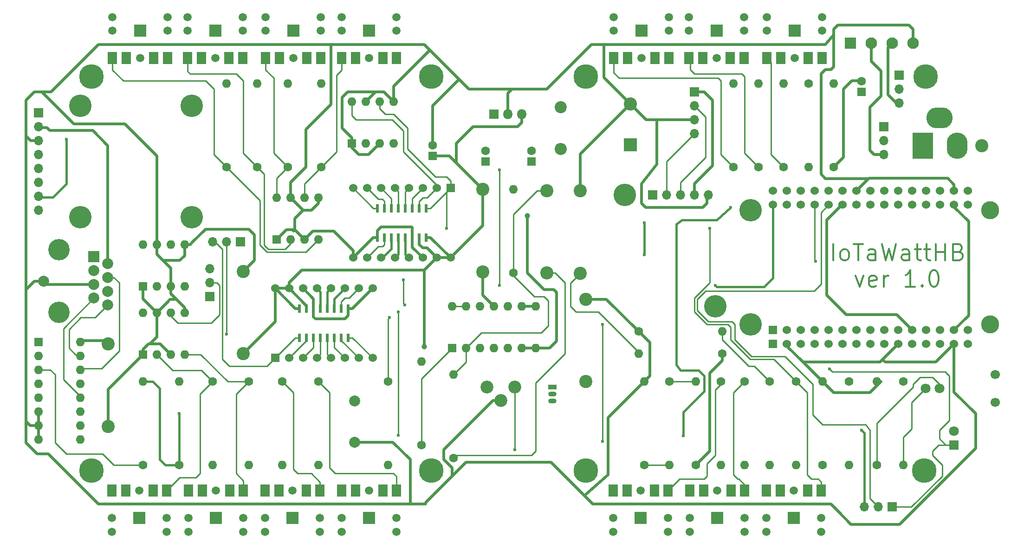
<source format=gtl>
G04 #@! TF.FileFunction,Copper,L1,Top,Signal*
%FSLAX46Y46*%
G04 Gerber Fmt 4.6, Leading zero omitted, Abs format (unit mm)*
G04 Created by KiCad (PCBNEW 4.0.7) date 12/21/17 09:23:24*
%MOMM*%
%LPD*%
G01*
G04 APERTURE LIST*
%ADD10C,0.100000*%
%ADD11C,0.300000*%
%ADD12C,0.254000*%
%ADD13C,4.500000*%
%ADD14R,2.400000X2.400000*%
%ADD15C,2.400000*%
%ADD16R,1.600000X1.600000*%
%ADD17C,1.600000*%
%ADD18O,1.600000X1.600000*%
%ADD19O,1.500000X0.900000*%
%ADD20R,1.500000X0.900000*%
%ADD21O,3.800000X4.800000*%
%ADD22R,3.800000X4.800000*%
%ADD23O,4.800000X3.800000*%
%ADD24C,2.200000*%
%ADD25O,2.200000X2.200000*%
%ADD26C,2.340000*%
%ADD27R,1.800000X2.200000*%
%ADD28R,2.200000X2.200000*%
%ADD29C,1.500000*%
%ADD30R,1.800000X1.800000*%
%ADD31C,1.800000*%
%ADD32R,0.600000X1.500000*%
%ADD33R,1.524000X1.524000*%
%ADD34C,1.524000*%
%ADD35C,2.000000*%
%ADD36R,2.000000X2.000000*%
%ADD37C,3.900000*%
%ADD38R,1.700000X1.700000*%
%ADD39O,1.700000X1.700000*%
%ADD40O,1.800000X1.800000*%
%ADD41C,1.700000*%
%ADD42C,2.100000*%
%ADD43R,2.100000X2.100000*%
%ADD44C,4.100000*%
%ADD45C,3.300000*%
%ADD46C,1.000000*%
%ADD47C,0.600000*%
%ADD48C,0.508000*%
%ADD49C,0.381000*%
G04 APERTURE END LIST*
D10*
D11*
X207233715Y-87603143D02*
X207233715Y-84603143D01*
X209090857Y-87603143D02*
X208805143Y-87460286D01*
X208662286Y-87317429D01*
X208519429Y-87031714D01*
X208519429Y-86174571D01*
X208662286Y-85888857D01*
X208805143Y-85746000D01*
X209090857Y-85603143D01*
X209519429Y-85603143D01*
X209805143Y-85746000D01*
X209948000Y-85888857D01*
X210090857Y-86174571D01*
X210090857Y-87031714D01*
X209948000Y-87317429D01*
X209805143Y-87460286D01*
X209519429Y-87603143D01*
X209090857Y-87603143D01*
X210948000Y-84603143D02*
X212662286Y-84603143D01*
X211805143Y-87603143D02*
X211805143Y-84603143D01*
X214948000Y-87603143D02*
X214948000Y-86031714D01*
X214805143Y-85746000D01*
X214519429Y-85603143D01*
X213948000Y-85603143D01*
X213662286Y-85746000D01*
X214948000Y-87460286D02*
X214662286Y-87603143D01*
X213948000Y-87603143D01*
X213662286Y-87460286D01*
X213519429Y-87174571D01*
X213519429Y-86888857D01*
X213662286Y-86603143D01*
X213948000Y-86460286D01*
X214662286Y-86460286D01*
X214948000Y-86317429D01*
X216090857Y-84603143D02*
X216805143Y-87603143D01*
X217376572Y-85460286D01*
X217948000Y-87603143D01*
X218662286Y-84603143D01*
X221090857Y-87603143D02*
X221090857Y-86031714D01*
X220948000Y-85746000D01*
X220662286Y-85603143D01*
X220090857Y-85603143D01*
X219805143Y-85746000D01*
X221090857Y-87460286D02*
X220805143Y-87603143D01*
X220090857Y-87603143D01*
X219805143Y-87460286D01*
X219662286Y-87174571D01*
X219662286Y-86888857D01*
X219805143Y-86603143D01*
X220090857Y-86460286D01*
X220805143Y-86460286D01*
X221090857Y-86317429D01*
X222090857Y-85603143D02*
X223233714Y-85603143D01*
X222519429Y-84603143D02*
X222519429Y-87174571D01*
X222662286Y-87460286D01*
X222948000Y-87603143D01*
X223233714Y-87603143D01*
X223805143Y-85603143D02*
X224948000Y-85603143D01*
X224233715Y-84603143D02*
X224233715Y-87174571D01*
X224376572Y-87460286D01*
X224662286Y-87603143D01*
X224948000Y-87603143D01*
X225948001Y-87603143D02*
X225948001Y-84603143D01*
X225948001Y-86031714D02*
X227662286Y-86031714D01*
X227662286Y-87603143D02*
X227662286Y-84603143D01*
X230090858Y-86031714D02*
X230519429Y-86174571D01*
X230662286Y-86317429D01*
X230805143Y-86603143D01*
X230805143Y-87031714D01*
X230662286Y-87317429D01*
X230519429Y-87460286D01*
X230233715Y-87603143D01*
X229090858Y-87603143D01*
X229090858Y-84603143D01*
X230090858Y-84603143D01*
X230376572Y-84746000D01*
X230519429Y-84888857D01*
X230662286Y-85174571D01*
X230662286Y-85460286D01*
X230519429Y-85746000D01*
X230376572Y-85888857D01*
X230090858Y-86031714D01*
X229090858Y-86031714D01*
X211305143Y-90403143D02*
X212019429Y-92403143D01*
X212733715Y-90403143D01*
X215019429Y-92260286D02*
X214733715Y-92403143D01*
X214162286Y-92403143D01*
X213876572Y-92260286D01*
X213733715Y-91974571D01*
X213733715Y-90831714D01*
X213876572Y-90546000D01*
X214162286Y-90403143D01*
X214733715Y-90403143D01*
X215019429Y-90546000D01*
X215162286Y-90831714D01*
X215162286Y-91117429D01*
X213733715Y-91403143D01*
X216448001Y-92403143D02*
X216448001Y-90403143D01*
X216448001Y-90974571D02*
X216590858Y-90688857D01*
X216733715Y-90546000D01*
X217019429Y-90403143D01*
X217305144Y-90403143D01*
X222162286Y-92403143D02*
X220448001Y-92403143D01*
X221305143Y-92403143D02*
X221305143Y-89403143D01*
X221019429Y-89831714D01*
X220733715Y-90117429D01*
X220448001Y-90260286D01*
X223448001Y-92117429D02*
X223590858Y-92260286D01*
X223448001Y-92403143D01*
X223305144Y-92260286D01*
X223448001Y-92117429D01*
X223448001Y-92403143D01*
X225448000Y-89403143D02*
X225733715Y-89403143D01*
X226019429Y-89546000D01*
X226162286Y-89688857D01*
X226305143Y-89974571D01*
X226448000Y-90546000D01*
X226448000Y-91260286D01*
X226305143Y-91831714D01*
X226162286Y-92117429D01*
X226019429Y-92260286D01*
X225733715Y-92403143D01*
X225448000Y-92403143D01*
X225162286Y-92260286D01*
X225019429Y-92117429D01*
X224876572Y-91831714D01*
X224733715Y-91260286D01*
X224733715Y-90546000D01*
X224876572Y-89974571D01*
X225019429Y-89688857D01*
X225162286Y-89546000D01*
X225448000Y-89403143D01*
D12*
X130429000Y-83947000D02*
X130429000Y-83439000D01*
X126619000Y-83947000D02*
X126619000Y-83439000D01*
X125349000Y-77978000D02*
X125349000Y-77470000D01*
X126619000Y-77597000D02*
X126619000Y-78105000D01*
X130429000Y-77597000D02*
X130429000Y-77978000D01*
X131699000Y-77470000D02*
X131699000Y-77978000D01*
X112395000Y-95885000D02*
X112395000Y-96393000D01*
X116205000Y-95885000D02*
X116205000Y-96393000D01*
X117475000Y-101854000D02*
X117475000Y-102362000D01*
X116205000Y-102235000D02*
X116205000Y-101727000D01*
X112395000Y-102235000D02*
X112395000Y-101854000D01*
X111125000Y-102362000D02*
X111125000Y-101854000D01*
D13*
X223774000Y-125984000D03*
D14*
X170180000Y-66548000D03*
D15*
X170180000Y-59048000D03*
D16*
X152146000Y-69596000D03*
D17*
X152146000Y-67596000D03*
D15*
X162052000Y-109728000D03*
X162052000Y-94728000D03*
D16*
X143764000Y-69596000D03*
D17*
X143764000Y-67596000D03*
D16*
X134112000Y-68580000D03*
D17*
X134112000Y-66580000D03*
D15*
X154940000Y-89916000D03*
X154940000Y-74916000D03*
X161036000Y-74930000D03*
X161036000Y-89930000D03*
D16*
X212344000Y-56896000D03*
D17*
X212344000Y-54896000D03*
D15*
X99568000Y-104648000D03*
X99568000Y-89648000D03*
X74930000Y-102870000D03*
X74930000Y-117870000D03*
X143256000Y-74676000D03*
X143256000Y-89676000D03*
D16*
X81280000Y-104775000D03*
D18*
X88900000Y-97155000D03*
X83820000Y-104775000D03*
X86360000Y-97155000D03*
X86360000Y-104775000D03*
X83820000Y-97155000D03*
X88900000Y-104775000D03*
X81280000Y-97155000D03*
D16*
X81280000Y-92329000D03*
D18*
X88900000Y-84709000D03*
X83820000Y-92329000D03*
X86360000Y-84709000D03*
X86360000Y-92329000D03*
X83820000Y-84709000D03*
X88900000Y-92329000D03*
X81280000Y-84709000D03*
D19*
X155956000Y-112014000D03*
X155956000Y-113284000D03*
D20*
X155956000Y-110744000D03*
D16*
X119380000Y-66294000D03*
D18*
X127000000Y-58674000D03*
X121920000Y-66294000D03*
X124460000Y-58674000D03*
X124460000Y-66294000D03*
X121920000Y-58674000D03*
X127000000Y-66294000D03*
X119380000Y-58674000D03*
D16*
X105664000Y-83820000D03*
D18*
X113284000Y-76200000D03*
X108204000Y-83820000D03*
X110744000Y-76200000D03*
X110744000Y-83820000D03*
X108204000Y-76200000D03*
X113284000Y-83820000D03*
X105664000Y-76200000D03*
D21*
X229820000Y-66675000D03*
D22*
X223520000Y-66675000D03*
D23*
X226620000Y-61595000D03*
D15*
X234320000Y-66675000D03*
D24*
X157480000Y-59690000D03*
D25*
X157480000Y-67310000D03*
D17*
X195580000Y-109728000D03*
D18*
X195580000Y-124968000D03*
D17*
X148844000Y-89916000D03*
D18*
X148844000Y-74676000D03*
D17*
X137922000Y-123698000D03*
D18*
X137922000Y-108458000D03*
D17*
X132080000Y-121285000D03*
D18*
X132080000Y-106045000D03*
D17*
X186944000Y-104648000D03*
D18*
X171704000Y-104648000D03*
D17*
X171704000Y-100584000D03*
D18*
X186944000Y-100584000D03*
D17*
X125984000Y-109728000D03*
D18*
X125984000Y-124968000D03*
D17*
X207264000Y-70612000D03*
D18*
X207264000Y-55372000D03*
D17*
X182118000Y-124968000D03*
D18*
X182118000Y-109728000D03*
D17*
X177292000Y-109728000D03*
D18*
X177292000Y-124968000D03*
D17*
X172720000Y-124968000D03*
D18*
X172720000Y-109728000D03*
D17*
X202692000Y-55372000D03*
D18*
X202692000Y-70612000D03*
D17*
X210058000Y-109728000D03*
D18*
X210058000Y-124968000D03*
D17*
X205232000Y-124968000D03*
D18*
X205232000Y-109728000D03*
D17*
X200406000Y-109728000D03*
D18*
X200406000Y-124968000D03*
D17*
X93980000Y-109728000D03*
D18*
X93980000Y-124968000D03*
D17*
X100584000Y-109728000D03*
D18*
X100584000Y-124968000D03*
D17*
X106680000Y-109728000D03*
D18*
X106680000Y-124968000D03*
D17*
X113284000Y-109728000D03*
D18*
X113284000Y-124968000D03*
D17*
X186690000Y-109728000D03*
D18*
X186690000Y-124968000D03*
D17*
X191008000Y-109728000D03*
D18*
X191008000Y-124968000D03*
D17*
X193548000Y-70612000D03*
D18*
X193548000Y-55372000D03*
D17*
X188976000Y-70612000D03*
D18*
X188976000Y-55372000D03*
D17*
X113792000Y-70612000D03*
D18*
X113792000Y-55372000D03*
D17*
X107696000Y-70612000D03*
D18*
X107696000Y-55372000D03*
D17*
X102108000Y-70612000D03*
D18*
X102108000Y-55372000D03*
D17*
X96520000Y-70612000D03*
D18*
X96520000Y-55372000D03*
D17*
X198120000Y-70612000D03*
D18*
X198120000Y-55372000D03*
D17*
X81280000Y-124968000D03*
D18*
X81280000Y-109728000D03*
D17*
X87884000Y-124968000D03*
D18*
X87884000Y-109728000D03*
D16*
X62230000Y-102489000D03*
D18*
X69850000Y-120269000D03*
X62230000Y-105029000D03*
X69850000Y-117729000D03*
X62230000Y-107569000D03*
X69850000Y-115189000D03*
X62230000Y-110109000D03*
X69850000Y-112649000D03*
X62230000Y-112649000D03*
X69850000Y-110109000D03*
X62230000Y-115189000D03*
X69850000Y-107569000D03*
X62230000Y-117729000D03*
X69850000Y-105029000D03*
X62230000Y-120269000D03*
X69850000Y-102489000D03*
D16*
X137668000Y-103632000D03*
D18*
X152908000Y-96012000D03*
X140208000Y-103632000D03*
X150368000Y-96012000D03*
X142748000Y-103632000D03*
X147828000Y-96012000D03*
X145288000Y-103632000D03*
X145288000Y-96012000D03*
X147828000Y-103632000D03*
X142748000Y-96012000D03*
X150368000Y-103632000D03*
X140208000Y-96012000D03*
X152908000Y-103632000D03*
X137668000Y-96012000D03*
D26*
X144098000Y-110666000D03*
X146598000Y-113166000D03*
X149098000Y-110666000D03*
D27*
X78145000Y-129620000D03*
X83145000Y-129620000D03*
X75645000Y-129620000D03*
X85645000Y-129620000D03*
D28*
X80645000Y-134620000D03*
D29*
X80645000Y-129620000D03*
X75645000Y-134620000D03*
X75645000Y-137120000D03*
X85645000Y-134620000D03*
X85645000Y-137120000D03*
D27*
X92115000Y-129620000D03*
X97115000Y-129620000D03*
X89615000Y-129620000D03*
X99615000Y-129620000D03*
D28*
X94615000Y-134620000D03*
D29*
X94615000Y-129620000D03*
X89615000Y-134620000D03*
X89615000Y-137120000D03*
X99615000Y-134620000D03*
X99615000Y-137120000D03*
D27*
X106085000Y-129620000D03*
X111085000Y-129620000D03*
X103585000Y-129620000D03*
X113585000Y-129620000D03*
D28*
X108585000Y-134620000D03*
D29*
X108585000Y-129620000D03*
X103585000Y-134620000D03*
X103585000Y-137120000D03*
X113585000Y-134620000D03*
X113585000Y-137120000D03*
D27*
X120055000Y-129620000D03*
X125055000Y-129620000D03*
X117555000Y-129620000D03*
X127555000Y-129620000D03*
D28*
X122555000Y-134620000D03*
D29*
X122555000Y-129620000D03*
X117555000Y-134620000D03*
X117555000Y-137120000D03*
X127555000Y-134620000D03*
X127555000Y-137120000D03*
D27*
X197525000Y-129620000D03*
X202525000Y-129620000D03*
X195025000Y-129620000D03*
X205025000Y-129620000D03*
D28*
X200025000Y-134620000D03*
D29*
X200025000Y-129620000D03*
X195025000Y-134620000D03*
X195025000Y-137120000D03*
X205025000Y-134620000D03*
X205025000Y-137120000D03*
D27*
X169585000Y-129620000D03*
X174585000Y-129620000D03*
X167085000Y-129620000D03*
X177085000Y-129620000D03*
D28*
X172085000Y-134620000D03*
D29*
X172085000Y-129620000D03*
X167085000Y-134620000D03*
X167085000Y-137120000D03*
X177085000Y-134620000D03*
X177085000Y-137120000D03*
D27*
X183555000Y-129620000D03*
X188555000Y-129620000D03*
X181055000Y-129620000D03*
X191055000Y-129620000D03*
D28*
X186055000Y-134620000D03*
D29*
X186055000Y-129620000D03*
X181055000Y-134620000D03*
X181055000Y-137120000D03*
X191055000Y-134620000D03*
X191055000Y-137120000D03*
D27*
X202652000Y-50720000D03*
X197652000Y-50720000D03*
X205152000Y-50720000D03*
X195152000Y-50720000D03*
D28*
X200152000Y-45720000D03*
D29*
X200152000Y-50720000D03*
X205152000Y-45720000D03*
X205152000Y-43220000D03*
X195152000Y-45720000D03*
X195152000Y-43220000D03*
D27*
X188428000Y-50720000D03*
X183428000Y-50720000D03*
X190928000Y-50720000D03*
X180928000Y-50720000D03*
D28*
X185928000Y-45720000D03*
D29*
X185928000Y-50720000D03*
X190928000Y-45720000D03*
X190928000Y-43220000D03*
X180928000Y-45720000D03*
X180928000Y-43220000D03*
D27*
X174712000Y-50720000D03*
X169712000Y-50720000D03*
X177212000Y-50720000D03*
X167212000Y-50720000D03*
D28*
X172212000Y-45720000D03*
D29*
X172212000Y-50720000D03*
X177212000Y-45720000D03*
X177212000Y-43220000D03*
X167212000Y-45720000D03*
X167212000Y-43220000D03*
D27*
X125055000Y-50720000D03*
X120055000Y-50720000D03*
X127555000Y-50720000D03*
X117555000Y-50720000D03*
D28*
X122555000Y-45720000D03*
D29*
X122555000Y-50720000D03*
X127555000Y-45720000D03*
X127555000Y-43220000D03*
X117555000Y-45720000D03*
X117555000Y-43220000D03*
D27*
X111212000Y-50720000D03*
X106212000Y-50720000D03*
X113712000Y-50720000D03*
X103712000Y-50720000D03*
D28*
X108712000Y-45720000D03*
D29*
X108712000Y-50720000D03*
X113712000Y-45720000D03*
X113712000Y-43220000D03*
X103712000Y-45720000D03*
X103712000Y-43220000D03*
D27*
X96988000Y-50720000D03*
X91988000Y-50720000D03*
X99488000Y-50720000D03*
X89488000Y-50720000D03*
D28*
X94488000Y-45720000D03*
D29*
X94488000Y-50720000D03*
X99488000Y-45720000D03*
X99488000Y-43220000D03*
X89488000Y-45720000D03*
X89488000Y-43220000D03*
D27*
X83272000Y-50720000D03*
X78272000Y-50720000D03*
X85772000Y-50720000D03*
X75772000Y-50720000D03*
D28*
X80772000Y-45720000D03*
D29*
X80772000Y-50720000D03*
X85772000Y-45720000D03*
X85772000Y-43220000D03*
X75772000Y-45720000D03*
X75772000Y-43220000D03*
D30*
X229235000Y-121285000D03*
D31*
X229235000Y-118745000D03*
D32*
X132969000Y-78072000D03*
X131699000Y-78072000D03*
X130429000Y-78072000D03*
X129159000Y-78072000D03*
X127889000Y-78072000D03*
X126619000Y-78072000D03*
X125349000Y-78072000D03*
X124079000Y-78072000D03*
X124079000Y-83472000D03*
X125349000Y-83472000D03*
X126619000Y-83472000D03*
X127889000Y-83472000D03*
X129159000Y-83472000D03*
X130429000Y-83472000D03*
X131699000Y-83472000D03*
X132969000Y-83472000D03*
D33*
X137414000Y-74422000D03*
D34*
X134874000Y-74422000D03*
X132334000Y-74422000D03*
X129794000Y-74422000D03*
X127254000Y-74422000D03*
X124714000Y-74422000D03*
X122174000Y-74422000D03*
X119634000Y-74422000D03*
X119634000Y-87122000D03*
X122174000Y-87122000D03*
X124714000Y-87122000D03*
X127254000Y-87122000D03*
X129794000Y-87122000D03*
X132334000Y-87122000D03*
X134874000Y-87122000D03*
X137414000Y-87122000D03*
D32*
X109855000Y-101760000D03*
X111125000Y-101760000D03*
X112395000Y-101760000D03*
X113665000Y-101760000D03*
X114935000Y-101760000D03*
X116205000Y-101760000D03*
X117475000Y-101760000D03*
X118745000Y-101760000D03*
X118745000Y-96360000D03*
X117475000Y-96360000D03*
X116205000Y-96360000D03*
X114935000Y-96360000D03*
X113665000Y-96360000D03*
X112395000Y-96360000D03*
X111125000Y-96360000D03*
X109855000Y-96360000D03*
D33*
X105410000Y-105410000D03*
D34*
X107950000Y-105410000D03*
X110490000Y-105410000D03*
X113030000Y-105410000D03*
X115570000Y-105410000D03*
X118110000Y-105410000D03*
X120650000Y-105410000D03*
X123190000Y-105410000D03*
X123190000Y-92710000D03*
X120650000Y-92710000D03*
X118110000Y-92710000D03*
X115570000Y-92710000D03*
X113030000Y-92710000D03*
X110490000Y-92710000D03*
X107950000Y-92710000D03*
X105410000Y-92710000D03*
D35*
X63216000Y-91440000D03*
X72360000Y-94488000D03*
D36*
X72360000Y-86888000D03*
D35*
X72360000Y-89428000D03*
X74900000Y-88158000D03*
X74900000Y-95758000D03*
D37*
X66000000Y-85618000D03*
X66000000Y-97048000D03*
D35*
X74900000Y-90698000D03*
X72360000Y-91968000D03*
X74900000Y-93238000D03*
D38*
X217932000Y-132588000D03*
D39*
X215392000Y-132588000D03*
X212852000Y-132588000D03*
D38*
X219202000Y-53848000D03*
D39*
X219202000Y-56388000D03*
X219202000Y-58928000D03*
D38*
X216408000Y-63246000D03*
D39*
X216408000Y-65786000D03*
X216408000Y-68326000D03*
D38*
X93472000Y-94234000D03*
D39*
X93472000Y-91694000D03*
X93472000Y-89154000D03*
D38*
X99060000Y-84201000D03*
D39*
X96520000Y-84201000D03*
X93980000Y-84201000D03*
D30*
X145288000Y-60960000D03*
D40*
X147828000Y-60960000D03*
X150368000Y-60960000D03*
D35*
X119888000Y-113284000D03*
X119888000Y-120784000D03*
D38*
X181864000Y-56896000D03*
D39*
X181864000Y-59436000D03*
X181864000Y-61976000D03*
X181864000Y-64516000D03*
D17*
X215138000Y-124968000D03*
D18*
X215138000Y-109728000D03*
D17*
X219964000Y-109728000D03*
D18*
X219964000Y-124968000D03*
D31*
X224028000Y-110998000D03*
X226568000Y-110998000D03*
D41*
X236728000Y-108458000D03*
X236728000Y-113538000D03*
D42*
X221742000Y-48006000D03*
X217932000Y-48006000D03*
D43*
X210312000Y-48006000D03*
D42*
X214122000Y-48006000D03*
D13*
X162052000Y-125984000D03*
X133858000Y-125984000D03*
X71882000Y-125984000D03*
X71882000Y-54102000D03*
X133858000Y-54102000D03*
X162052000Y-54102000D03*
X224028000Y-54102000D03*
D44*
X69850000Y-79756000D03*
X90170000Y-79756000D03*
D38*
X62230000Y-60706000D03*
D39*
X62230000Y-63246000D03*
X62230000Y-65786000D03*
X62230000Y-68326000D03*
X62230000Y-70866000D03*
X62230000Y-73406000D03*
X62230000Y-75946000D03*
X62230000Y-78486000D03*
D44*
X90170000Y-59436000D03*
X69850000Y-59436000D03*
D38*
X174244000Y-75692000D03*
D39*
X176784000Y-75692000D03*
X179324000Y-75692000D03*
X181864000Y-75692000D03*
X184404000Y-75692000D03*
D44*
X169164000Y-75692000D03*
X185674000Y-96012000D03*
D34*
X231775000Y-77470000D03*
X229235000Y-77470000D03*
X226695000Y-77470000D03*
X224155000Y-77470000D03*
X221615000Y-77470000D03*
X219075000Y-77470000D03*
X216535000Y-77470000D03*
X213995000Y-77470000D03*
X211455000Y-77470000D03*
X208915000Y-77470000D03*
X206375000Y-77470000D03*
X203835000Y-77470000D03*
X201295000Y-77470000D03*
X198755000Y-77470000D03*
X196215000Y-77470000D03*
X196215000Y-74930000D03*
X198755000Y-74930000D03*
X201295000Y-74930000D03*
X203835000Y-74930000D03*
X206375000Y-74930000D03*
X208915000Y-74930000D03*
X211455000Y-74930000D03*
X213995000Y-74930000D03*
X216535000Y-74930000D03*
X219075000Y-74930000D03*
X221615000Y-74930000D03*
X224155000Y-74930000D03*
X226695000Y-74930000D03*
X229235000Y-74930000D03*
X231775000Y-74930000D03*
X231775000Y-100330000D03*
X229235000Y-100330000D03*
X226695000Y-100330000D03*
X224155000Y-100330000D03*
X221615000Y-100330000D03*
X219075000Y-100330000D03*
X216535000Y-100330000D03*
X213995000Y-100330000D03*
X211455000Y-100330000D03*
X208915000Y-100330000D03*
X206375000Y-100330000D03*
X203835000Y-100330000D03*
X201295000Y-100330000D03*
X198755000Y-100330000D03*
D33*
X196215000Y-100330000D03*
X196215000Y-102870000D03*
D34*
X198755000Y-102870000D03*
X201295000Y-102870000D03*
X203835000Y-102870000D03*
X206375000Y-102870000D03*
X208915000Y-102870000D03*
X211455000Y-102870000D03*
X213995000Y-102870000D03*
X216535000Y-102870000D03*
X219075000Y-102870000D03*
X221615000Y-102870000D03*
X224155000Y-102870000D03*
X226695000Y-102870000D03*
X229235000Y-102870000D03*
X231775000Y-102870000D03*
D44*
X192151000Y-78486000D03*
X192151000Y-99314000D03*
D45*
X235839000Y-78486000D03*
X235839000Y-99314000D03*
D46*
X132588000Y-103378000D03*
D47*
X126238000Y-98044000D03*
X149098000Y-122174000D03*
X184658000Y-81788000D03*
X136652000Y-81788000D03*
X206502000Y-107442000D03*
X165100000Y-120650000D03*
X165100000Y-99314000D03*
X67310000Y-65532000D03*
X172720000Y-80772000D03*
X172720000Y-86614000D03*
X129032000Y-95758000D03*
X128778000Y-91186000D03*
X203962000Y-87757000D03*
X185674000Y-92202000D03*
X179832000Y-119634000D03*
X188468000Y-77978000D03*
X87884000Y-115570000D03*
X146304000Y-71120000D03*
X146304000Y-92202000D03*
D46*
X151384000Y-79502000D03*
D47*
X127889000Y-97028000D03*
X127889000Y-119507000D03*
X96520000Y-101092000D03*
X212344000Y-118618000D03*
D48*
X210439000Y-135763000D02*
X219329000Y-135763000D01*
X233172000Y-115570000D02*
X233172000Y-121920000D01*
X229235000Y-102870000D02*
X229235000Y-111633000D01*
X229235000Y-111633000D02*
X233172000Y-115570000D01*
X210439000Y-135763000D02*
X208026000Y-133350000D01*
X208026000Y-133350000D02*
X206756000Y-132080000D01*
X163322000Y-132080000D02*
X161798000Y-130556000D01*
X163322000Y-132080000D02*
X206756000Y-132080000D01*
X233172000Y-121920000D02*
X219329000Y-135763000D01*
X137668000Y-125476000D02*
X136144000Y-123952000D01*
X137668000Y-125476000D02*
X137668000Y-127000000D01*
X137922000Y-126746000D02*
X137668000Y-127000000D01*
X145152000Y-113166000D02*
X146598000Y-113166000D01*
X145152000Y-113166000D02*
X136144000Y-122174000D01*
X136144000Y-123952000D02*
X136144000Y-122174000D01*
X62230000Y-65786000D02*
X60833000Y-65786000D01*
X60833000Y-65786000D02*
X59944000Y-64897000D01*
X229235000Y-77470000D02*
X229235000Y-77851000D01*
X229235000Y-77851000D02*
X231902000Y-80518000D01*
X231902000Y-97663000D02*
X229235000Y-100330000D01*
X231902000Y-80518000D02*
X231902000Y-97663000D01*
X83820000Y-84709000D02*
X83820000Y-83566000D01*
X68707000Y-62738000D02*
X62865000Y-56896000D01*
X83820000Y-83566000D02*
X83820000Y-68580000D01*
X83820000Y-68580000D02*
X77978000Y-62738000D01*
X77978000Y-62738000D02*
X68707000Y-62738000D01*
X81280000Y-92329000D02*
X81280000Y-94615000D01*
X81280000Y-94615000D02*
X83820000Y-97155000D01*
X86360000Y-92329000D02*
X86360000Y-93726000D01*
X86360000Y-93726000D02*
X87376000Y-94742000D01*
X86360000Y-92329000D02*
X86360000Y-89027000D01*
X86360000Y-89027000D02*
X84963000Y-87630000D01*
X88900000Y-84709000D02*
X88900000Y-86741000D01*
X83820000Y-86487000D02*
X83820000Y-84709000D01*
X84963000Y-87630000D02*
X83820000Y-86487000D01*
X88011000Y-87630000D02*
X84963000Y-87630000D01*
X88900000Y-86741000D02*
X88011000Y-87630000D01*
X90297000Y-84328000D02*
X89916000Y-84709000D01*
X100584000Y-81915000D02*
X92710000Y-81915000D01*
X92710000Y-81915000D02*
X90297000Y-84328000D01*
X99568000Y-89648000D02*
X101600000Y-87616000D01*
X101600000Y-87616000D02*
X101600000Y-82931000D01*
X101600000Y-82931000D02*
X100584000Y-81915000D01*
X89916000Y-84709000D02*
X88900000Y-84709000D01*
X62230000Y-117729000D02*
X60706000Y-117729000D01*
X60706000Y-117729000D02*
X59944000Y-116967000D01*
X62230000Y-117729000D02*
X62230000Y-120269000D01*
X62230000Y-115189000D02*
X62230000Y-117729000D01*
X63216000Y-91440000D02*
X61468000Y-91440000D01*
X61468000Y-91440000D02*
X59944000Y-92964000D01*
X72360000Y-91968000D02*
X63744000Y-91968000D01*
X63744000Y-91968000D02*
X63216000Y-91440000D01*
X221742000Y-48006000D02*
X221742000Y-45466000D01*
X207264000Y-45466000D02*
X208026000Y-44704000D01*
X208026000Y-44704000D02*
X220980000Y-44704000D01*
X220980000Y-44704000D02*
X221742000Y-45466000D01*
X207264000Y-45466000D02*
X207264000Y-46482000D01*
X119888000Y-120784000D02*
X126880000Y-120784000D01*
X130048000Y-123952000D02*
X130048000Y-132080000D01*
X126880000Y-120784000D02*
X130048000Y-123952000D01*
X147828000Y-60960000D02*
X147828000Y-57150000D01*
X147828000Y-57150000D02*
X148590000Y-56388000D01*
X215900000Y-109728000D02*
X213868000Y-111760000D01*
X207264000Y-111760000D02*
X205232000Y-109728000D01*
X213868000Y-111760000D02*
X207264000Y-111760000D01*
X123190000Y-92710000D02*
X119540000Y-96360000D01*
X119540000Y-96360000D02*
X118745000Y-96360000D01*
X82550000Y-102870000D02*
X83820000Y-101600000D01*
X83820000Y-101600000D02*
X83820000Y-97155000D01*
X81280000Y-104775000D02*
X81280000Y-103886000D01*
X84455000Y-102870000D02*
X86360000Y-104775000D01*
X82296000Y-102870000D02*
X82550000Y-102870000D01*
X82550000Y-102870000D02*
X84455000Y-102870000D01*
X81280000Y-103886000D02*
X82296000Y-102870000D01*
X130429000Y-83472000D02*
X130429000Y-81661000D01*
X124079000Y-82169000D02*
X124079000Y-83472000D01*
X124714000Y-81534000D02*
X124079000Y-82169000D01*
X130302000Y-81534000D02*
X124714000Y-81534000D01*
X130429000Y-81661000D02*
X130302000Y-81534000D01*
X112395000Y-96360000D02*
X112395000Y-97917000D01*
X118745000Y-97663000D02*
X118745000Y-96360000D01*
X118110000Y-98298000D02*
X118745000Y-97663000D01*
X112776000Y-98298000D02*
X118110000Y-98298000D01*
X112395000Y-97917000D02*
X112776000Y-98298000D01*
X161036000Y-74930000D02*
X161036000Y-68192000D01*
X161036000Y-68192000D02*
X170180000Y-59048000D01*
X184404000Y-75692000D02*
X184150000Y-75946000D01*
X184150000Y-75946000D02*
X184150000Y-77216000D01*
X184150000Y-77216000D02*
X183388000Y-77978000D01*
X183388000Y-77978000D02*
X172974000Y-77978000D01*
X172974000Y-77978000D02*
X172212000Y-77216000D01*
X172212000Y-77216000D02*
X172212000Y-73660000D01*
X172212000Y-73660000D02*
X175006000Y-70104000D01*
X175006000Y-70104000D02*
X175006000Y-61976000D01*
X145288000Y-96012000D02*
X143256000Y-93980000D01*
X143256000Y-93980000D02*
X143256000Y-89676000D01*
X119634000Y-87122000D02*
X119634000Y-85852000D01*
X112268000Y-82296000D02*
X110744000Y-83820000D01*
X116078000Y-82296000D02*
X112268000Y-82296000D01*
X119634000Y-85852000D02*
X116078000Y-82296000D01*
X213677500Y-72707500D02*
X205803500Y-72707500D01*
X207264000Y-52324000D02*
X207264000Y-46482000D01*
X206756000Y-52832000D02*
X207264000Y-52324000D01*
X205740000Y-52832000D02*
X206756000Y-52832000D01*
X204978000Y-53594000D02*
X205740000Y-52832000D01*
X204978000Y-71882000D02*
X204978000Y-53594000D01*
X205803500Y-72707500D02*
X204978000Y-71882000D01*
X229235000Y-74930000D02*
X229235000Y-73787000D01*
X213741000Y-72644000D02*
X213677500Y-72707500D01*
X213677500Y-72707500D02*
X211455000Y-74930000D01*
X228092000Y-72644000D02*
X213741000Y-72644000D01*
X229235000Y-73787000D02*
X228092000Y-72644000D01*
X88900000Y-97155000D02*
X88900000Y-96266000D01*
X88900000Y-96266000D02*
X87376000Y-94742000D01*
X87376000Y-94742000D02*
X86233000Y-94742000D01*
X85852000Y-95123000D02*
X83820000Y-97155000D01*
X86233000Y-94742000D02*
X85852000Y-95123000D01*
X74930000Y-117870000D02*
X74930000Y-111125000D01*
X74930000Y-111125000D02*
X81280000Y-104775000D01*
X216217500Y-105727500D02*
X216662000Y-106172000D01*
X216662000Y-106172000D02*
X225933000Y-106172000D01*
X225933000Y-106172000D02*
X229235000Y-102870000D01*
X219075000Y-102870000D02*
X216217500Y-105727500D01*
X216217500Y-105727500D02*
X215773000Y-106172000D01*
X215773000Y-106172000D02*
X201676000Y-106172000D01*
X205232000Y-109728000D02*
X201676000Y-106172000D01*
X201676000Y-106172000D02*
X198755000Y-103251000D01*
X198755000Y-103251000D02*
X198755000Y-102870000D01*
X130429000Y-83472000D02*
X130429000Y-85217000D01*
X130429000Y-85217000D02*
X132334000Y-87122000D01*
X124079000Y-83472000D02*
X123284000Y-83472000D01*
X123284000Y-83472000D02*
X119634000Y-87122000D01*
X181864000Y-61976000D02*
X175006000Y-61976000D01*
X175006000Y-61976000D02*
X173108000Y-61976000D01*
X173108000Y-61976000D02*
X170180000Y-59048000D01*
X134112000Y-66580000D02*
X134112000Y-59436000D01*
X134112000Y-59436000D02*
X138938000Y-54610000D01*
X119380000Y-66294000D02*
X119380000Y-65278000D01*
X118618000Y-56896000D02*
X123698000Y-56896000D01*
X117602000Y-57912000D02*
X118618000Y-56896000D01*
X117602000Y-63500000D02*
X117602000Y-57912000D01*
X119380000Y-65278000D02*
X117602000Y-63500000D01*
X108204000Y-76200000D02*
X108204000Y-73406000D01*
X115570000Y-59182000D02*
X115570000Y-48260000D01*
X110998000Y-63754000D02*
X115570000Y-59182000D01*
X110998000Y-70612000D02*
X110998000Y-63754000D01*
X108204000Y-73406000D02*
X110998000Y-70612000D01*
X110490000Y-78486000D02*
X108966000Y-80010000D01*
X108966000Y-80010000D02*
X108966000Y-82042000D01*
X108966000Y-82042000D02*
X108712000Y-82296000D01*
X108712000Y-82296000D02*
X108712000Y-82042000D01*
X105664000Y-83820000D02*
X107442000Y-82042000D01*
X108966000Y-82042000D02*
X110744000Y-83820000D01*
X107442000Y-82042000D02*
X108712000Y-82042000D01*
X108712000Y-82042000D02*
X108966000Y-82042000D01*
X113284000Y-76200000D02*
X113284000Y-77216000D01*
X110490000Y-78486000D02*
X108204000Y-76200000D01*
X112014000Y-78486000D02*
X110490000Y-78486000D01*
X113284000Y-77216000D02*
X112014000Y-78486000D01*
X119380000Y-66294000D02*
X119380000Y-67056000D01*
X119380000Y-67056000D02*
X120650000Y-68326000D01*
X120650000Y-68326000D02*
X122428000Y-68326000D01*
X122428000Y-68326000D02*
X124460000Y-66294000D01*
X121920000Y-58674000D02*
X123698000Y-56896000D01*
X125222000Y-56896000D02*
X127000000Y-58674000D01*
X123698000Y-56896000D02*
X125222000Y-56896000D01*
X127000000Y-58674000D02*
X127000000Y-55880000D01*
X127000000Y-55880000D02*
X133604000Y-49276000D01*
X170180000Y-59048000D02*
X165354000Y-54222000D01*
X165354000Y-54222000D02*
X165354000Y-48260000D01*
X171704000Y-100584000D02*
X165848000Y-94728000D01*
X165848000Y-94728000D02*
X162052000Y-94728000D01*
X172720000Y-109728000D02*
X173736000Y-108712000D01*
X173736000Y-102616000D02*
X171704000Y-100584000D01*
X173736000Y-108712000D02*
X173736000Y-102616000D01*
X172720000Y-109728000D02*
X166116000Y-116332000D01*
X166116000Y-116332000D02*
X166116000Y-126746000D01*
X166116000Y-126746000D02*
X161798000Y-130556000D01*
X132842000Y-132080000D02*
X132842000Y-131826000D01*
X132842000Y-131826000D02*
X137922000Y-126746000D01*
X73152000Y-132080000D02*
X130048000Y-132080000D01*
X64008000Y-122936000D02*
X73152000Y-132080000D01*
X61976000Y-122936000D02*
X64008000Y-122936000D01*
X59944000Y-120904000D02*
X61976000Y-122936000D01*
X59944000Y-118872000D02*
X59944000Y-120904000D01*
X59944000Y-116967000D02*
X59944000Y-118872000D01*
X59944000Y-92964000D02*
X59944000Y-116967000D01*
X130048000Y-132080000D02*
X132842000Y-132080000D01*
X207264000Y-46482000D02*
X205740000Y-48260000D01*
X205740000Y-48260000D02*
X165354000Y-48260000D01*
X165354000Y-48260000D02*
X163068000Y-48260000D01*
X154940000Y-56388000D02*
X148590000Y-56388000D01*
X163068000Y-48260000D02*
X154940000Y-56388000D01*
X148590000Y-56388000D02*
X140716000Y-56388000D01*
X140716000Y-56388000D02*
X138938000Y-54610000D01*
X138938000Y-54610000D02*
X133604000Y-49276000D01*
X133604000Y-49276000D02*
X132588000Y-48260000D01*
X132588000Y-48260000D02*
X115570000Y-48260000D01*
X115570000Y-48260000D02*
X73152000Y-48260000D01*
X73152000Y-48260000D02*
X64516000Y-56896000D01*
X64516000Y-56896000D02*
X62865000Y-56896000D01*
X59944000Y-58420000D02*
X59944000Y-64897000D01*
X62865000Y-56896000D02*
X61468000Y-56896000D01*
X61468000Y-56896000D02*
X59944000Y-58420000D01*
X59944000Y-64897000D02*
X59944000Y-65532000D01*
X59944000Y-65532000D02*
X59944000Y-92964000D01*
X155702000Y-124460000D02*
X161798000Y-130556000D01*
X137922000Y-126746000D02*
X140208000Y-124460000D01*
X140208000Y-124460000D02*
X155702000Y-124460000D01*
X110490000Y-92710000D02*
X112395000Y-94615000D01*
X112395000Y-94615000D02*
X112395000Y-96360000D01*
X208915000Y-77470000D02*
X208788000Y-77470000D01*
X208788000Y-77470000D02*
X205994000Y-80264000D01*
X218821000Y-97536000D02*
X221615000Y-100330000D01*
X209550000Y-97536000D02*
X218821000Y-97536000D01*
X205994000Y-93980000D02*
X209550000Y-97536000D01*
X205994000Y-80264000D02*
X205994000Y-93980000D01*
X74900000Y-88158000D02*
X74900000Y-66645002D01*
X63754000Y-63373000D02*
X62230000Y-63373000D01*
X64262000Y-63881000D02*
X63754000Y-63373000D01*
X72135998Y-63881000D02*
X64262000Y-63881000D01*
X74900000Y-66645002D02*
X72135998Y-63881000D01*
X141478000Y-63246000D02*
X149606000Y-63246000D01*
X141478000Y-63246000D02*
X138430000Y-66294000D01*
X138430000Y-69850000D02*
X138430000Y-66294000D01*
X150368000Y-62484000D02*
X150368000Y-60960000D01*
X149606000Y-63246000D02*
X150368000Y-62484000D01*
X74930000Y-102870000D02*
X74295000Y-102235000D01*
X74295000Y-102235000D02*
X69850000Y-102235000D01*
X132588000Y-103378000D02*
X132588000Y-89408000D01*
X186944000Y-104648000D02*
X186944000Y-105918000D01*
X184658000Y-122428000D02*
X182118000Y-124968000D01*
X184658000Y-108204000D02*
X184658000Y-122428000D01*
X186944000Y-105918000D02*
X184658000Y-108204000D01*
X134874000Y-87122000D02*
X137414000Y-87122000D01*
X107950000Y-92710000D02*
X107950000Y-91694000D01*
X107950000Y-91694000D02*
X110236000Y-89408000D01*
X110236000Y-89408000D02*
X132588000Y-89408000D01*
X132588000Y-89408000D02*
X134874000Y-87122000D01*
X181864000Y-56896000D02*
X183642000Y-56896000D01*
X181864000Y-73660000D02*
X181864000Y-75692000D01*
X185166000Y-70358000D02*
X181864000Y-73660000D01*
X185166000Y-58420000D02*
X185166000Y-70358000D01*
X183642000Y-56896000D02*
X185166000Y-58420000D01*
X143256000Y-74676000D02*
X138430000Y-69850000D01*
X138430000Y-69850000D02*
X137160000Y-68580000D01*
X137160000Y-68580000D02*
X134112000Y-68580000D01*
X137414000Y-87122000D02*
X143256000Y-81280000D01*
X143256000Y-81280000D02*
X143256000Y-74676000D01*
X132969000Y-83472000D02*
X133764000Y-83472000D01*
X133764000Y-83472000D02*
X137414000Y-87122000D01*
X131699000Y-83472000D02*
X131699000Y-84709000D01*
X131699000Y-84709000D02*
X132334000Y-85344000D01*
X132334000Y-85344000D02*
X133096000Y-85344000D01*
X133096000Y-85344000D02*
X134874000Y-87122000D01*
X105410000Y-92710000D02*
X107950000Y-92710000D01*
X99568000Y-104648000D02*
X105410000Y-98806000D01*
X105410000Y-98806000D02*
X105410000Y-92710000D01*
X107950000Y-92710000D02*
X111125000Y-95885000D01*
X111125000Y-95885000D02*
X111125000Y-96360000D01*
X105410000Y-92710000D02*
X109060000Y-96360000D01*
X109060000Y-96360000D02*
X109855000Y-96360000D01*
D12*
X158242000Y-91694000D02*
X156464000Y-89916000D01*
X158242000Y-104648000D02*
X158242000Y-91694000D01*
X152908000Y-109982000D02*
X158242000Y-104648000D01*
X152908000Y-122428000D02*
X152908000Y-109982000D01*
X152146000Y-123190000D02*
X152908000Y-122428000D01*
X138430000Y-123190000D02*
X152146000Y-123190000D01*
X156464000Y-89916000D02*
X154940000Y-89916000D01*
X138430000Y-123190000D02*
X137922000Y-123698000D01*
X137668000Y-103632000D02*
X132080000Y-109220000D01*
X132080000Y-109220000D02*
X132080000Y-121285000D01*
X153924000Y-100838000D02*
X143002000Y-100838000D01*
X152654000Y-94234000D02*
X154432000Y-94234000D01*
X154432000Y-94234000D02*
X155194000Y-94996000D01*
X155194000Y-94996000D02*
X155194000Y-99568000D01*
X155194000Y-99568000D02*
X153924000Y-100838000D01*
X148844000Y-90424000D02*
X152654000Y-94234000D01*
X143002000Y-100838000D02*
X140208000Y-103632000D01*
X148844000Y-89916000D02*
X148844000Y-90424000D01*
X154940000Y-74916000D02*
X153176000Y-74916000D01*
X148844000Y-79248000D02*
X148844000Y-89916000D01*
X153176000Y-74916000D02*
X148844000Y-79248000D01*
X137922000Y-108458000D02*
X140208000Y-106172000D01*
X140208000Y-106172000D02*
X140208000Y-103632000D01*
X159258000Y-96012000D02*
X159258000Y-91708000D01*
X164338000Y-97028000D02*
X160274000Y-97028000D01*
X160274000Y-97028000D02*
X159258000Y-96012000D01*
X171704000Y-104394000D02*
X164338000Y-97028000D01*
X159258000Y-91708000D02*
X161036000Y-89930000D01*
X171704000Y-104648000D02*
X171704000Y-104394000D01*
X195580000Y-109728000D02*
X192786000Y-106934000D01*
X186944000Y-102108000D02*
X186944000Y-100584000D01*
X191770000Y-106934000D02*
X186944000Y-102108000D01*
X192786000Y-106934000D02*
X191770000Y-106934000D01*
D48*
X212344000Y-54896000D02*
X212312000Y-54864000D01*
X212312000Y-54864000D02*
X210566000Y-54864000D01*
X210566000Y-54864000D02*
X209042000Y-56388000D01*
X209042000Y-56388000D02*
X209042000Y-68834000D01*
X209042000Y-68834000D02*
X207264000Y-70612000D01*
D12*
X126238000Y-98044000D02*
X125984000Y-98298000D01*
X125984000Y-109728000D02*
X125984000Y-98298000D01*
D48*
X214122000Y-48006000D02*
X214122000Y-51308000D01*
X214630000Y-68326000D02*
X213868000Y-67564000D01*
X213868000Y-67564000D02*
X213868000Y-59690000D01*
X213868000Y-59690000D02*
X215900000Y-57658000D01*
X215900000Y-57658000D02*
X215900000Y-53086000D01*
X215900000Y-53086000D02*
X214122000Y-51308000D01*
X214630000Y-68326000D02*
X216408000Y-68326000D01*
X218694000Y-58928000D02*
X217170000Y-57404000D01*
X217170000Y-48768000D02*
X217170000Y-57404000D01*
X217170000Y-48768000D02*
X217932000Y-48006000D01*
X218694000Y-58928000D02*
X219202000Y-58928000D01*
D12*
X83820000Y-104775000D02*
X86741000Y-107696000D01*
X91948000Y-107696000D02*
X93980000Y-109728000D01*
X86741000Y-107696000D02*
X91948000Y-107696000D01*
X110490000Y-105410000D02*
X112395000Y-103505000D01*
X112395000Y-103505000D02*
X112395000Y-101760000D01*
X85645000Y-129620000D02*
X88011000Y-127254000D01*
X91694000Y-112014000D02*
X93980000Y-109728000D01*
X91694000Y-126492000D02*
X91694000Y-112014000D01*
X90932000Y-127254000D02*
X91694000Y-126492000D01*
X88011000Y-127254000D02*
X90932000Y-127254000D01*
X86360000Y-97155000D02*
X86360000Y-97790000D01*
X86360000Y-97790000D02*
X87630000Y-99060000D01*
X94742000Y-91694000D02*
X93472000Y-91694000D01*
X95250000Y-92202000D02*
X94742000Y-91694000D01*
X95250000Y-97536000D02*
X95250000Y-92202000D01*
X93726000Y-99060000D02*
X95250000Y-97536000D01*
X87630000Y-99060000D02*
X93726000Y-99060000D01*
X107950000Y-105410000D02*
X111125000Y-102235000D01*
X111125000Y-102235000D02*
X111125000Y-101760000D01*
X100584000Y-109728000D02*
X96774000Y-109728000D01*
X96774000Y-109728000D02*
X91821000Y-104775000D01*
X88900000Y-104775000D02*
X91821000Y-104775000D01*
X113030000Y-105410000D02*
X113665000Y-104775000D01*
X113665000Y-104775000D02*
X113665000Y-101760000D01*
X99615000Y-129620000D02*
X99615000Y-127809000D01*
X98298000Y-112014000D02*
X100584000Y-109728000D01*
X98298000Y-126492000D02*
X98298000Y-112014000D01*
X99615000Y-127809000D02*
X98298000Y-126492000D01*
X184150000Y-124714000D02*
X184150000Y-127000000D01*
X179197000Y-127508000D02*
X183642000Y-127508000D01*
X177085000Y-129620000D02*
X179197000Y-127508000D01*
X185674000Y-111252000D02*
X185674000Y-123190000D01*
X185674000Y-123190000D02*
X184150000Y-124714000D01*
X185674000Y-111252000D02*
X186690000Y-110236000D01*
X184150000Y-127000000D02*
X183642000Y-127508000D01*
X186690000Y-109728000D02*
X186690000Y-110236000D01*
X120650000Y-105410000D02*
X117475000Y-102235000D01*
X117475000Y-102235000D02*
X117475000Y-101760000D01*
X118110000Y-105410000D02*
X116205000Y-103505000D01*
X116205000Y-103505000D02*
X116205000Y-101760000D01*
X127555000Y-129620000D02*
X127555000Y-127047000D01*
X115316000Y-111760000D02*
X113284000Y-109728000D01*
X115316000Y-125476000D02*
X115316000Y-111760000D01*
X116332000Y-126492000D02*
X115316000Y-125476000D01*
X127000000Y-126492000D02*
X116332000Y-126492000D01*
X127555000Y-127047000D02*
X127000000Y-126492000D01*
X123190000Y-105410000D02*
X119540000Y-101760000D01*
X119540000Y-101760000D02*
X118745000Y-101760000D01*
X191055000Y-129620000D02*
X191055000Y-128571000D01*
X191055000Y-128571000D02*
X189992000Y-127508000D01*
X189992000Y-127508000D02*
X189738000Y-127508000D01*
X189738000Y-127508000D02*
X188976000Y-126746000D01*
X188976000Y-126746000D02*
X188976000Y-111760000D01*
X188976000Y-111760000D02*
X191008000Y-109728000D01*
X115570000Y-105410000D02*
X114935000Y-104775000D01*
X114935000Y-104775000D02*
X114935000Y-101760000D01*
X113585000Y-129620000D02*
X113585000Y-128063000D01*
X108712000Y-111760000D02*
X106680000Y-109728000D01*
X108712000Y-125730000D02*
X108712000Y-111760000D01*
X109474000Y-126492000D02*
X108712000Y-125730000D01*
X112014000Y-126492000D02*
X109474000Y-126492000D01*
X113585000Y-128063000D02*
X112014000Y-126492000D01*
X105410000Y-105410000D02*
X103886000Y-106934000D01*
X95758000Y-85598000D02*
X93980000Y-83820000D01*
X95758000Y-105664000D02*
X95758000Y-85598000D01*
X97028000Y-106934000D02*
X95758000Y-105664000D01*
X103886000Y-106934000D02*
X97028000Y-106934000D01*
X182118000Y-109728000D02*
X177292000Y-109728000D01*
X105410000Y-105410000D02*
X109060000Y-101760000D01*
X109060000Y-101760000D02*
X109855000Y-101760000D01*
X149098000Y-122174000D02*
X149098000Y-110666000D01*
X177292000Y-124968000D02*
X172720000Y-124968000D01*
X132334000Y-74422000D02*
X130429000Y-76327000D01*
X130429000Y-76327000D02*
X130429000Y-78072000D01*
X180928000Y-50720000D02*
X181102000Y-50894000D01*
X181102000Y-50894000D02*
X181102000Y-52832000D01*
X191008000Y-68072000D02*
X193548000Y-70612000D01*
X191008000Y-54102000D02*
X191008000Y-68072000D01*
X190500000Y-53594000D02*
X191008000Y-54102000D01*
X181864000Y-53594000D02*
X190500000Y-53594000D01*
X181102000Y-52832000D02*
X181864000Y-53594000D01*
X134874000Y-74422000D02*
X133096000Y-76200000D01*
X131699000Y-76835000D02*
X131699000Y-78072000D01*
X132334000Y-76200000D02*
X131699000Y-76835000D01*
X133096000Y-76200000D02*
X132334000Y-76200000D01*
X131699000Y-77597000D02*
X131699000Y-78072000D01*
X134874000Y-74422000D02*
X134874000Y-73914000D01*
X134874000Y-73914000D02*
X128778000Y-67818000D01*
X119380000Y-61214000D02*
X119380000Y-58674000D01*
X120142000Y-61976000D02*
X119380000Y-61214000D01*
X126746000Y-61976000D02*
X120142000Y-61976000D01*
X128778000Y-64008000D02*
X126746000Y-61976000D01*
X128778000Y-67818000D02*
X128778000Y-64008000D01*
X195152000Y-50720000D02*
X195834000Y-51402000D01*
X195834000Y-51402000D02*
X195834000Y-68326000D01*
X195834000Y-68326000D02*
X198120000Y-70612000D01*
X129794000Y-74422000D02*
X129159000Y-75057000D01*
X129159000Y-75057000D02*
X129159000Y-78072000D01*
X167212000Y-50720000D02*
X167212000Y-53420000D01*
X167212000Y-53420000D02*
X168148000Y-54356000D01*
X168148000Y-54356000D02*
X186182000Y-54356000D01*
X186182000Y-54356000D02*
X186690000Y-54864000D01*
X186690000Y-54864000D02*
X186690000Y-68326000D01*
X186690000Y-68326000D02*
X188976000Y-70612000D01*
X192024000Y-105664000D02*
X188468000Y-102108000D01*
X184658000Y-91694000D02*
X181864000Y-94488000D01*
X181864000Y-94488000D02*
X181864000Y-97028000D01*
X181864000Y-97028000D02*
X184150000Y-99314000D01*
X184150000Y-99314000D02*
X187960000Y-99314000D01*
X187960000Y-99314000D02*
X188468000Y-99822000D01*
X188468000Y-99822000D02*
X188468000Y-102108000D01*
X136652000Y-81788000D02*
X136652000Y-75184000D01*
X184658000Y-81788000D02*
X184658000Y-91694000D01*
X137414000Y-74422000D02*
X136652000Y-75184000D01*
X196342000Y-105664000D02*
X200406000Y-109728000D01*
X192024000Y-105664000D02*
X196342000Y-105664000D01*
X137414000Y-74422000D02*
X133764000Y-78072000D01*
X133764000Y-78072000D02*
X132969000Y-78072000D01*
X124460000Y-58674000D02*
X124460000Y-59944000D01*
X137414000Y-73152000D02*
X137414000Y-74422000D01*
X136652000Y-72390000D02*
X137414000Y-73152000D01*
X134620000Y-72390000D02*
X136652000Y-72390000D01*
X129540000Y-67310000D02*
X134620000Y-72390000D01*
X129540000Y-63500000D02*
X129540000Y-67310000D01*
X127000000Y-60960000D02*
X129540000Y-63500000D01*
X125476000Y-60960000D02*
X127000000Y-60960000D01*
X124460000Y-59944000D02*
X125476000Y-60960000D01*
X205025000Y-129620000D02*
X205025000Y-128063000D01*
X202438000Y-111760000D02*
X200406000Y-109728000D01*
X202438000Y-126746000D02*
X202438000Y-111760000D01*
X203200000Y-127508000D02*
X202438000Y-126746000D01*
X204470000Y-127508000D02*
X203200000Y-127508000D01*
X205025000Y-128063000D02*
X204470000Y-127508000D01*
X108204000Y-83820000D02*
X108204000Y-84582000D01*
X108204000Y-84582000D02*
X107188000Y-85598000D01*
X107188000Y-85598000D02*
X104140000Y-85598000D01*
X104140000Y-85598000D02*
X103378000Y-84836000D01*
X103378000Y-84836000D02*
X103378000Y-71882000D01*
X103378000Y-71882000D02*
X102108000Y-70612000D01*
X122174000Y-74422000D02*
X124206000Y-76454000D01*
X125349000Y-76835000D02*
X125349000Y-78072000D01*
X124968000Y-76454000D02*
X125349000Y-76835000D01*
X124206000Y-76454000D02*
X124968000Y-76454000D01*
X89488000Y-50720000D02*
X89488000Y-53166000D01*
X99568000Y-68072000D02*
X102108000Y-70612000D01*
X99568000Y-54864000D02*
X99568000Y-68072000D01*
X98298000Y-53594000D02*
X99568000Y-54864000D01*
X89916000Y-53594000D02*
X98298000Y-53594000D01*
X89488000Y-53166000D02*
X89916000Y-53594000D01*
X124714000Y-74422000D02*
X126619000Y-76327000D01*
X126619000Y-76327000D02*
X126619000Y-78072000D01*
X105664000Y-76200000D02*
X105664000Y-72644000D01*
X105664000Y-72644000D02*
X107696000Y-70612000D01*
X103712000Y-50720000D02*
X103712000Y-52912000D01*
X105156000Y-68072000D02*
X107696000Y-70612000D01*
X105156000Y-54356000D02*
X105156000Y-68072000D01*
X103712000Y-52912000D02*
X105156000Y-54356000D01*
X113284000Y-83820000D02*
X110998000Y-86106000D01*
X102616000Y-76708000D02*
X96520000Y-70612000D01*
X102616000Y-84836000D02*
X102616000Y-76708000D01*
X103886000Y-86106000D02*
X102616000Y-84836000D01*
X110998000Y-86106000D02*
X103886000Y-86106000D01*
X124079000Y-78072000D02*
X123284000Y-78072000D01*
X123284000Y-78072000D02*
X119634000Y-74422000D01*
X75772000Y-50720000D02*
X75772000Y-52912000D01*
X94234000Y-68326000D02*
X96520000Y-70612000D01*
X94234000Y-56388000D02*
X94234000Y-68326000D01*
X92710000Y-54864000D02*
X94234000Y-56388000D01*
X77724000Y-54864000D02*
X92710000Y-54864000D01*
X75772000Y-52912000D02*
X77724000Y-54864000D01*
X127254000Y-74422000D02*
X127889000Y-75057000D01*
X127889000Y-75057000D02*
X127889000Y-78072000D01*
X110744000Y-76200000D02*
X110744000Y-73660000D01*
X110744000Y-73660000D02*
X113792000Y-70612000D01*
X117555000Y-50720000D02*
X117555000Y-52879000D01*
X116586000Y-67818000D02*
X113792000Y-70612000D01*
X116586000Y-53848000D02*
X116586000Y-67818000D01*
X117555000Y-52879000D02*
X116586000Y-53848000D01*
X229235000Y-121285000D02*
X226441000Y-121285000D01*
X221426366Y-132588000D02*
X217932000Y-132588000D01*
X227076000Y-126938366D02*
X221426366Y-132588000D01*
X227076000Y-124968000D02*
X227076000Y-126938366D01*
X225298000Y-123190000D02*
X227076000Y-124968000D01*
X225298000Y-122428000D02*
X225298000Y-123190000D01*
X226441000Y-121285000D02*
X225298000Y-122428000D01*
X207010000Y-107950000D02*
X227584000Y-107950000D01*
X206502000Y-107442000D02*
X207010000Y-107950000D01*
X227711000Y-121285000D02*
X229235000Y-121285000D01*
X226568000Y-120142000D02*
X227711000Y-121285000D01*
X226568000Y-118618000D02*
X226568000Y-120142000D01*
X228346000Y-116840000D02*
X226568000Y-118618000D01*
X228346000Y-108712000D02*
X228346000Y-116840000D01*
X227584000Y-107950000D02*
X228346000Y-108712000D01*
X122174000Y-87122000D02*
X124206000Y-85090000D01*
X125349000Y-84709000D02*
X125349000Y-83472000D01*
X124968000Y-85090000D02*
X125349000Y-84709000D01*
X124206000Y-85090000D02*
X124968000Y-85090000D01*
X165100000Y-99314000D02*
X165100000Y-120650000D01*
X137668000Y-96012000D02*
X140208000Y-96012000D01*
X66802000Y-100076000D02*
X66802000Y-100046000D01*
X66802000Y-109347000D02*
X66802000Y-100076000D01*
X69850000Y-112395000D02*
X66802000Y-109347000D01*
X66802000Y-100046000D02*
X72360000Y-94488000D01*
X71471000Y-98044000D02*
X72614000Y-98044000D01*
X68961000Y-104775000D02*
X67818000Y-103632000D01*
X67818000Y-103632000D02*
X67818000Y-100203000D01*
X67818000Y-100203000D02*
X69977000Y-98044000D01*
X69977000Y-98044000D02*
X71471000Y-98044000D01*
X69850000Y-104775000D02*
X68961000Y-104775000D01*
X72614000Y-98044000D02*
X74900000Y-95758000D01*
X76962000Y-91694000D02*
X75966000Y-90698000D01*
X75966000Y-90698000D02*
X74900000Y-90698000D01*
X69850000Y-107315000D02*
X73787000Y-107315000D01*
X76962000Y-104140000D02*
X76962000Y-91694000D01*
X76962000Y-91694000D02*
X76962000Y-91617000D01*
X73787000Y-107315000D02*
X76962000Y-104140000D01*
D48*
X152908000Y-96012000D02*
X150368000Y-96012000D01*
D12*
X179324000Y-75692000D02*
X179324000Y-73406000D01*
X183896000Y-61468000D02*
X181864000Y-59436000D01*
X183896000Y-68834000D02*
X183896000Y-61468000D01*
X179324000Y-73406000D02*
X183896000Y-68834000D01*
X176784000Y-75692000D02*
X176784000Y-69596000D01*
X176784000Y-69596000D02*
X181864000Y-64516000D01*
D49*
X66294000Y-74676000D02*
X64897000Y-76073000D01*
X67310000Y-65532000D02*
X67310000Y-73660000D01*
X172720000Y-85598000D02*
X172720000Y-80772000D01*
X172720000Y-86614000D02*
X172720000Y-85598000D01*
X67310000Y-73660000D02*
X66294000Y-74676000D01*
X64897000Y-76073000D02*
X62230000Y-76073000D01*
X124714000Y-87122000D02*
X124968000Y-87122000D01*
X124968000Y-87122000D02*
X126619000Y-85471000D01*
X126619000Y-85471000D02*
X126619000Y-83472000D01*
X116205000Y-94615000D02*
X116205000Y-96360000D01*
X118110000Y-92710000D02*
X116205000Y-94615000D01*
X127254000Y-87122000D02*
X127889000Y-86487000D01*
X127889000Y-86487000D02*
X127889000Y-83472000D01*
X115570000Y-92710000D02*
X114935000Y-93345000D01*
X114935000Y-93345000D02*
X114935000Y-96360000D01*
X129794000Y-87122000D02*
X129159000Y-86487000D01*
X129159000Y-86487000D02*
X129159000Y-83472000D01*
X113030000Y-92710000D02*
X113665000Y-93345000D01*
X113665000Y-93345000D02*
X113665000Y-96360000D01*
D12*
X204978000Y-91948000D02*
X203771498Y-93154502D01*
X183959498Y-93154502D02*
X203771498Y-93154502D01*
X204978000Y-78832364D02*
X204978000Y-91948000D01*
X206375000Y-77470000D02*
X204978000Y-78832364D01*
X189230000Y-99314000D02*
X189230000Y-102108000D01*
X188722000Y-98806000D02*
X189230000Y-99314000D01*
X184404000Y-98806000D02*
X188722000Y-98806000D01*
X182372000Y-96774000D02*
X184404000Y-98806000D01*
X182372000Y-94742000D02*
X182372000Y-96774000D01*
X183959498Y-93154502D02*
X182372000Y-94742000D01*
X213106000Y-117602000D02*
X205232000Y-117602000D01*
X205232000Y-117602000D02*
X203454000Y-115824000D01*
X203454000Y-115824000D02*
X203454000Y-110236000D01*
X203454000Y-110236000D02*
X198374000Y-105156000D01*
X198374000Y-105156000D02*
X192278000Y-105156000D01*
X189230000Y-102108000D02*
X192278000Y-105156000D01*
X213868000Y-131064000D02*
X215392000Y-132588000D01*
X213868000Y-118618000D02*
X213868000Y-131064000D01*
X213106000Y-117602000D02*
X213868000Y-118618000D01*
X129032000Y-95758000D02*
X128778000Y-95504000D01*
X128778000Y-95504000D02*
X128778000Y-91186000D01*
X203835000Y-87630000D02*
X203835000Y-77470000D01*
X203962000Y-87757000D02*
X203835000Y-87630000D01*
X120650000Y-92710000D02*
X118872000Y-94488000D01*
X117475000Y-95123000D02*
X117475000Y-96360000D01*
X118110000Y-94488000D02*
X117475000Y-95123000D01*
X118872000Y-94488000D02*
X118110000Y-94488000D01*
D49*
X196215000Y-90805000D02*
X196215000Y-77470000D01*
X194564000Y-92456000D02*
X196215000Y-90805000D01*
X185928000Y-92456000D02*
X194564000Y-92456000D01*
X185674000Y-92202000D02*
X185928000Y-92456000D01*
X183642000Y-111506000D02*
X179832000Y-115316000D01*
X183642000Y-108712000D02*
X183642000Y-111506000D01*
X182626000Y-107696000D02*
X183642000Y-108712000D01*
X178562000Y-106680000D02*
X179324000Y-107696000D01*
X179324000Y-107696000D02*
X182626000Y-107696000D01*
X179832000Y-115316000D02*
X179832000Y-119634000D01*
X188468000Y-77978000D02*
X185928000Y-80264000D01*
X185928000Y-80264000D02*
X179578000Y-80264000D01*
X179578000Y-80264000D02*
X178562000Y-81026000D01*
X178562000Y-81026000D02*
X178562000Y-106680000D01*
X87884000Y-115570000D02*
X87884000Y-124968000D01*
X81280000Y-109728000D02*
X83058000Y-109728000D01*
X83058000Y-109728000D02*
X84328000Y-110998000D01*
X84328000Y-110998000D02*
X84328000Y-123952000D01*
X84328000Y-123952000D02*
X85344000Y-124968000D01*
X85344000Y-124968000D02*
X87884000Y-124968000D01*
D12*
X146304000Y-71120000D02*
X146304000Y-92202000D01*
D48*
X152908000Y-103632000D02*
X150368000Y-103632000D01*
X155448000Y-103632000D02*
X152908000Y-103632000D01*
X156718000Y-102362000D02*
X155448000Y-103632000D01*
X156718000Y-93472000D02*
X156718000Y-102362000D01*
X156210000Y-92964000D02*
X156718000Y-93472000D01*
X154432000Y-92964000D02*
X156210000Y-92964000D01*
X151384000Y-89916000D02*
X154432000Y-92964000D01*
X151384000Y-79502000D02*
X151384000Y-89916000D01*
D12*
X127889000Y-97028000D02*
X127889000Y-119507000D01*
X65278000Y-108458000D02*
X64389000Y-107569000D01*
X75946000Y-124968000D02*
X73914000Y-122936000D01*
X73914000Y-122936000D02*
X67310000Y-122936000D01*
X67310000Y-122936000D02*
X65278000Y-120904000D01*
X65278000Y-120904000D02*
X65278000Y-108458000D01*
X81280000Y-124968000D02*
X75946000Y-124968000D01*
X64389000Y-107569000D02*
X62230000Y-107569000D01*
X96520000Y-101092000D02*
X96520000Y-83820000D01*
D49*
X212852000Y-132588000D02*
X212852000Y-119126000D01*
X212852000Y-119126000D02*
X212344000Y-118618000D01*
D12*
X219964000Y-124968000D02*
X219964000Y-119888000D01*
X221488000Y-113538000D02*
X221488000Y-118364000D01*
X221488000Y-118364000D02*
X219964000Y-119888000D01*
X221488000Y-113538000D02*
X224028000Y-110998000D01*
X226568000Y-110998000D02*
X226568000Y-110236000D01*
X226568000Y-110236000D02*
X225298000Y-108966000D01*
X225298000Y-108966000D02*
X223012000Y-108966000D01*
X223012000Y-108966000D02*
X221742000Y-110236000D01*
X221742000Y-110236000D02*
X221742000Y-110744000D01*
X221742000Y-110744000D02*
X215138000Y-117348000D01*
X215138000Y-117348000D02*
X215138000Y-124968000D01*
M02*

</source>
